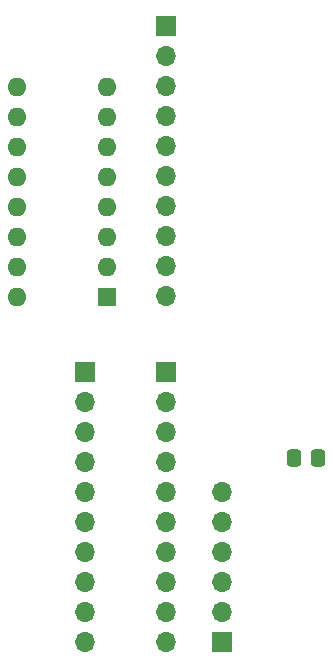
<source format=gbr>
%TF.GenerationSoftware,KiCad,Pcbnew,8.0.5*%
%TF.CreationDate,2024-11-12T16:02:30-04:00*%
%TF.ProjectId,RAMAUXB_V2_Github,52414d41-5558-4425-9f56-325f47697468,rev?*%
%TF.SameCoordinates,Original*%
%TF.FileFunction,Soldermask,Bot*%
%TF.FilePolarity,Negative*%
%FSLAX46Y46*%
G04 Gerber Fmt 4.6, Leading zero omitted, Abs format (unit mm)*
G04 Created by KiCad (PCBNEW 8.0.5) date 2024-11-12 16:02:30*
%MOMM*%
%LPD*%
G01*
G04 APERTURE LIST*
G04 Aperture macros list*
%AMRoundRect*
0 Rectangle with rounded corners*
0 $1 Rounding radius*
0 $2 $3 $4 $5 $6 $7 $8 $9 X,Y pos of 4 corners*
0 Add a 4 corners polygon primitive as box body*
4,1,4,$2,$3,$4,$5,$6,$7,$8,$9,$2,$3,0*
0 Add four circle primitives for the rounded corners*
1,1,$1+$1,$2,$3*
1,1,$1+$1,$4,$5*
1,1,$1+$1,$6,$7*
1,1,$1+$1,$8,$9*
0 Add four rect primitives between the rounded corners*
20,1,$1+$1,$2,$3,$4,$5,0*
20,1,$1+$1,$4,$5,$6,$7,0*
20,1,$1+$1,$6,$7,$8,$9,0*
20,1,$1+$1,$8,$9,$2,$3,0*%
G04 Aperture macros list end*
%ADD10R,1.600000X1.600000*%
%ADD11O,1.600000X1.600000*%
%ADD12R,1.700000X1.700000*%
%ADD13O,1.700000X1.700000*%
%ADD14RoundRect,0.250000X-0.337500X-0.475000X0.337500X-0.475000X0.337500X0.475000X-0.337500X0.475000X0*%
G04 APERTURE END LIST*
D10*
%TO.C,J2*%
X89615000Y-114515000D03*
D11*
X89615000Y-111975000D03*
X89615000Y-109435000D03*
X89615000Y-106895000D03*
X89615000Y-104355000D03*
X89615000Y-101815000D03*
X89615000Y-99275000D03*
X89615000Y-96735000D03*
X81995000Y-96735000D03*
X81995000Y-99275000D03*
X81995000Y-101815000D03*
X81995000Y-104355000D03*
X81995000Y-106895000D03*
X81995000Y-109435000D03*
X81995000Y-111975000D03*
X81995000Y-114530000D03*
%TD*%
D12*
%TO.C,J4*%
X99325000Y-143725000D03*
D13*
X99325000Y-141185000D03*
X99325000Y-138645000D03*
X99325000Y-136105000D03*
X99325000Y-133565000D03*
X99325000Y-131025000D03*
%TD*%
D14*
%TO.C,C3*%
X105402500Y-128110000D03*
X107477500Y-128110000D03*
%TD*%
D12*
%TO.C,J6*%
X94550000Y-120850000D03*
D13*
X94550000Y-123390000D03*
X94550000Y-125930000D03*
X94550000Y-128470000D03*
X94550000Y-131010000D03*
X94550000Y-133550000D03*
X94550000Y-136090000D03*
X94550000Y-138630000D03*
X94550000Y-141170000D03*
X94550000Y-143710000D03*
%TD*%
D12*
%TO.C,J3*%
X87700000Y-120855000D03*
D13*
X87700000Y-123395000D03*
X87700000Y-125935000D03*
X87700000Y-128475000D03*
X87700000Y-131015000D03*
X87700000Y-133555000D03*
X87700000Y-136095000D03*
X87700000Y-138635000D03*
X87700000Y-141175000D03*
X87700000Y-143715000D03*
%TD*%
D12*
%TO.C,J5*%
X94550000Y-91550000D03*
D13*
X94550000Y-94090000D03*
X94550000Y-96630000D03*
X94550000Y-99170000D03*
X94550000Y-101710000D03*
X94550000Y-104250000D03*
X94550000Y-106790000D03*
X94550000Y-109330000D03*
X94550000Y-111870000D03*
X94550000Y-114410000D03*
%TD*%
M02*

</source>
